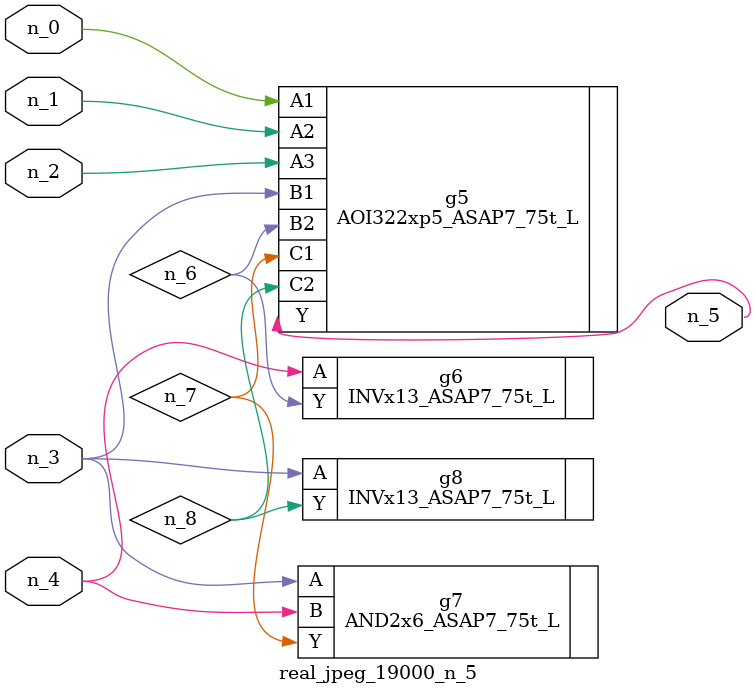
<source format=v>
module real_jpeg_19000_n_5 (n_4, n_0, n_1, n_2, n_3, n_5);

input n_4;
input n_0;
input n_1;
input n_2;
input n_3;

output n_5;

wire n_8;
wire n_6;
wire n_7;

AOI322xp5_ASAP7_75t_L g5 ( 
.A1(n_0),
.A2(n_1),
.A3(n_2),
.B1(n_3),
.B2(n_6),
.C1(n_7),
.C2(n_8),
.Y(n_5)
);

AND2x6_ASAP7_75t_L g7 ( 
.A(n_3),
.B(n_4),
.Y(n_7)
);

INVx13_ASAP7_75t_L g8 ( 
.A(n_3),
.Y(n_8)
);

INVx13_ASAP7_75t_L g6 ( 
.A(n_4),
.Y(n_6)
);


endmodule
</source>
